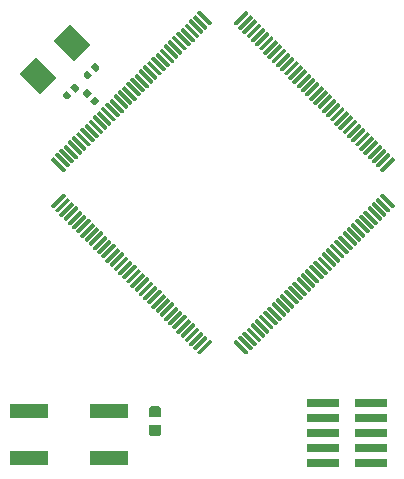
<source format=gbr>
%TF.GenerationSoftware,Altium Limited,Altium Designer,23.0.1 (38)*%
G04 Layer_Color=8421504*
%FSLAX45Y45*%
%MOMM*%
%TF.SameCoordinates,98E3409A-FA71-4B7D-AABF-4CEB4AF68500*%
%TF.FilePolarity,Positive*%
%TF.FileFunction,Paste,Top*%
%TF.Part,Single*%
G01*
G75*
%TA.AperFunction,SMDPad,CuDef*%
%ADD11R,2.79000X0.74000*%
G04:AMPARAMS|DCode=14|XSize=2mm|YSize=2.4mm|CornerRadius=0mm|HoleSize=0mm|Usage=FLASHONLY|Rotation=45.000|XOffset=0mm|YOffset=0mm|HoleType=Round|Shape=Rectangle|*
%AMROTATEDRECTD14*
4,1,4,0.14142,-1.55564,-1.55564,0.14142,-0.14142,1.55564,1.55564,-0.14142,0.14142,-1.55564,0.0*
%
%ADD14ROTATEDRECTD14*%

%ADD24R,3.20000X1.20000*%
G36*
X216552Y1441614D02*
Y1429240D01*
X119325Y1332013D01*
X106950D01*
X94576Y1344387D01*
Y1356761D01*
X191803Y1453988D01*
X204177D01*
X216552Y1441614D01*
D02*
G37*
G36*
X-94576Y1356761D02*
Y1344387D01*
X-106950Y1332012D01*
X-119325D01*
X-216552Y1429239D01*
Y1441614D01*
X-204177Y1453988D01*
X-191803D01*
X-94576Y1356761D01*
D02*
G37*
G36*
X251907Y1406259D02*
Y1393884D01*
X154680Y1296657D01*
X142305D01*
X129931Y1309032D01*
Y1321406D01*
X227158Y1418633D01*
X239532D01*
X251907Y1406259D01*
D02*
G37*
G36*
X-129931Y1321406D02*
Y1309032D01*
X-142305Y1296657D01*
X-154680D01*
X-251907Y1393884D01*
Y1406259D01*
X-239532Y1418633D01*
X-227158D01*
X-129931Y1321406D01*
D02*
G37*
G36*
X287262Y1370903D02*
Y1358529D01*
X190035Y1261302D01*
X177661D01*
X165286Y1273676D01*
Y1286051D01*
X262514Y1383278D01*
X274888D01*
X287262Y1370903D01*
D02*
G37*
G36*
X-165286Y1286051D02*
Y1273676D01*
X-177661Y1261302D01*
X-190035D01*
X-287262Y1358529D01*
Y1370903D01*
X-274888Y1383278D01*
X-262514D01*
X-165286Y1286051D01*
D02*
G37*
G36*
X322617Y1335548D02*
Y1323174D01*
X225390Y1225946D01*
X213015D01*
X200641Y1238321D01*
Y1250695D01*
X297868Y1347922D01*
X310242D01*
X322617Y1335548D01*
D02*
G37*
G36*
X-200641Y1250695D02*
Y1238321D01*
X-213016Y1225946D01*
X-225390D01*
X-322617Y1323174D01*
Y1335548D01*
X-310243Y1347922D01*
X-297869D01*
X-200641Y1250695D01*
D02*
G37*
G36*
X-235997Y1215340D02*
Y1202966D01*
X-248371Y1190591D01*
X-260746D01*
X-357973Y1287819D01*
Y1300193D01*
X-345598Y1312567D01*
X-333224D01*
X-235997Y1215340D01*
D02*
G37*
G36*
X357973Y1300192D02*
Y1287818D01*
X260745Y1190591D01*
X248371D01*
X235997Y1202965D01*
Y1215340D01*
X333224Y1312567D01*
X345598D01*
X357973Y1300192D01*
D02*
G37*
G36*
X393328Y1264837D02*
Y1252463D01*
X296101Y1155236D01*
X283727D01*
X271353Y1167610D01*
Y1179985D01*
X368580Y1277212D01*
X380954D01*
X393328Y1264837D01*
D02*
G37*
G36*
X-271353Y1179984D02*
Y1167610D01*
X-283727Y1155236D01*
X-296101D01*
X-393328Y1252463D01*
Y1264837D01*
X-380954Y1277212D01*
X-368580D01*
X-271353Y1179984D01*
D02*
G37*
G36*
X428683Y1229482D02*
Y1217107D01*
X331456Y1119880D01*
X319082D01*
X306708Y1132255D01*
Y1144629D01*
X403935Y1241856D01*
X416309D01*
X428683Y1229482D01*
D02*
G37*
G36*
X-306708Y1144629D02*
Y1132255D01*
X-319082Y1119880D01*
X-331456D01*
X-428683Y1217107D01*
Y1229482D01*
X-416309Y1241856D01*
X-403935D01*
X-306708Y1144629D01*
D02*
G37*
G36*
X464039Y1194127D02*
Y1181753D01*
X366812Y1084525D01*
X354437D01*
X342063Y1096900D01*
Y1109274D01*
X439290Y1206501D01*
X451664D01*
X464039Y1194127D01*
D02*
G37*
G36*
X-342063Y1109274D02*
Y1096900D01*
X-354437Y1084525D01*
X-366812D01*
X-464039Y1181753D01*
Y1194127D01*
X-451664Y1206501D01*
X-439290D01*
X-342063Y1109274D01*
D02*
G37*
G36*
X499394Y1158771D02*
Y1146397D01*
X402167Y1049170D01*
X389793D01*
X377418Y1061544D01*
Y1073919D01*
X474645Y1171146D01*
X487020D01*
X499394Y1158771D01*
D02*
G37*
G36*
X-377418Y1073919D02*
Y1061544D01*
X-389793Y1049170D01*
X-402167D01*
X-499394Y1146397D01*
Y1158771D01*
X-487020Y1171146D01*
X-474645D01*
X-377418Y1073919D01*
D02*
G37*
G36*
X534750Y1123416D02*
Y1111042D01*
X437522Y1013815D01*
X425148D01*
X412774Y1026189D01*
Y1038563D01*
X510001Y1135790D01*
X522375D01*
X534750Y1123416D01*
D02*
G37*
G36*
X-412774Y1038563D02*
Y1026189D01*
X-425148Y1013815D01*
X-437522D01*
X-534750Y1111042D01*
Y1123416D01*
X-522375Y1135790D01*
X-510001D01*
X-412774Y1038563D01*
D02*
G37*
G36*
X-448129Y1003208D02*
Y990834D01*
X-460503Y978459D01*
X-472878D01*
X-570105Y1075686D01*
Y1088061D01*
X-557730Y1100435D01*
X-545356D01*
X-448129Y1003208D01*
D02*
G37*
G36*
X570105Y1088060D02*
Y1075686D01*
X472878Y978459D01*
X460503D01*
X448129Y990833D01*
Y1003208D01*
X545356Y1100435D01*
X557730D01*
X570105Y1088060D01*
D02*
G37*
G36*
X-483484Y967853D02*
Y955478D01*
X-495859Y943104D01*
X-508233D01*
X-605460Y1040331D01*
Y1052705D01*
X-593086Y1065080D01*
X-580712D01*
X-483484Y967853D01*
D02*
G37*
G36*
X605460Y1052705D02*
Y1040331D01*
X508233Y943104D01*
X495858D01*
X483484Y955478D01*
Y967852D01*
X580711Y1065079D01*
X593085D01*
X605460Y1052705D01*
D02*
G37*
G36*
X-1047503Y986209D02*
Y966056D01*
X-1077732Y935827D01*
X-1121573Y979668D01*
X-1091344Y1009897D01*
X-1071191D01*
X-1047503Y986209D01*
D02*
G37*
G36*
X640815Y1017350D02*
Y1004975D01*
X543588Y907748D01*
X531214D01*
X518839Y920123D01*
Y932497D01*
X616067Y1029724D01*
X628441D01*
X640815Y1017350D01*
D02*
G37*
G36*
X-518839Y932497D02*
Y920123D01*
X-531214Y907748D01*
X-543588D01*
X-640815Y1004975D01*
Y1017350D01*
X-628441Y1029724D01*
X-616067D01*
X-518839Y932497D01*
D02*
G37*
G36*
X-1105309Y908250D02*
X-1135538Y878021D01*
X-1155691D01*
X-1179379Y901709D01*
Y921862D01*
X-1149150Y952091D01*
X-1105309Y908250D01*
D02*
G37*
G36*
X676171Y981995D02*
Y969620D01*
X578944Y872393D01*
X566569D01*
X554195Y884768D01*
Y897142D01*
X651422Y994369D01*
X663796D01*
X676171Y981995D01*
D02*
G37*
G36*
X-554195Y897142D02*
Y884768D01*
X-566569Y872393D01*
X-578944D01*
X-676171Y969620D01*
Y981995D01*
X-663796Y994369D01*
X-651422D01*
X-554195Y897142D01*
D02*
G37*
G36*
X711526Y946639D02*
Y934265D01*
X614299Y837038D01*
X601925D01*
X589550Y849412D01*
Y861787D01*
X686777Y959014D01*
X699152D01*
X711526Y946639D01*
D02*
G37*
G36*
X-589550Y861787D02*
Y849412D01*
X-601925Y837038D01*
X-614299D01*
X-711526Y934265D01*
Y946639D01*
X-699152Y959014D01*
X-686777D01*
X-589550Y861787D01*
D02*
G37*
G36*
X746881Y911284D02*
Y898910D01*
X649654Y801683D01*
X637280D01*
X624906Y814057D01*
Y826431D01*
X722133Y923659D01*
X734507D01*
X746881Y911284D01*
D02*
G37*
G36*
X-624906Y826431D02*
Y814057D01*
X-637280Y801682D01*
X-649655D01*
X-746882Y898910D01*
Y911284D01*
X-734507Y923658D01*
X-722133D01*
X-624906Y826431D01*
D02*
G37*
G36*
X782237Y875929D02*
Y863554D01*
X685010Y766327D01*
X672635D01*
X660261Y778702D01*
Y791076D01*
X757488Y888303D01*
X769863D01*
X782237Y875929D01*
D02*
G37*
G36*
X-660261Y791076D02*
Y778702D01*
X-672635Y766327D01*
X-685010D01*
X-782237Y863554D01*
Y875929D01*
X-769863Y888303D01*
X-757488D01*
X-660261Y791076D01*
D02*
G37*
G36*
X-1220921Y812791D02*
Y792638D01*
X-1251150Y762409D01*
X-1294991Y806250D01*
X-1264762Y836479D01*
X-1244609D01*
X-1220921Y812791D01*
D02*
G37*
G36*
X-695616Y755721D02*
Y743346D01*
X-707991Y730972D01*
X-720365D01*
X-817592Y828199D01*
Y840574D01*
X-805218Y852948D01*
X-792843D01*
X-695616Y755721D01*
D02*
G37*
G36*
X817592Y840573D02*
Y828199D01*
X720365Y730972D01*
X707991D01*
X695616Y743346D01*
Y755721D01*
X792843Y852948D01*
X805218D01*
X817592Y840573D01*
D02*
G37*
G36*
X-1109468Y759609D02*
X-1153309Y715768D01*
X-1187568Y750028D01*
Y762119D01*
X-1155819Y793868D01*
X-1143728D01*
X-1109468Y759609D01*
D02*
G37*
G36*
X-1278727Y734832D02*
X-1308956Y704603D01*
X-1329109D01*
X-1352797Y728291D01*
Y748444D01*
X-1322568Y778673D01*
X-1278727Y734832D01*
D02*
G37*
G36*
X852947Y805218D02*
Y792843D01*
X755720Y695616D01*
X743346D01*
X730972Y707990D01*
Y720365D01*
X828199Y817592D01*
X840573D01*
X852947Y805218D01*
D02*
G37*
G36*
X-730972Y720365D02*
Y707990D01*
X-743346Y695616D01*
X-755720D01*
X-852947Y792843D01*
Y805217D01*
X-840573Y817592D01*
X-828199D01*
X-730972Y720365D01*
D02*
G37*
G36*
X888303Y769863D02*
Y757488D01*
X791076Y660261D01*
X778701D01*
X766327Y672635D01*
Y685010D01*
X863554Y782237D01*
X875928D01*
X888303Y769863D01*
D02*
G37*
G36*
X-766327Y685010D02*
Y672635D01*
X-778701Y660261D01*
X-791076D01*
X-888303Y757488D01*
Y769863D01*
X-875928Y782237D01*
X-863554D01*
X-766327Y685010D01*
D02*
G37*
G36*
X-1047632Y697772D02*
Y685681D01*
X-1079381Y653932D01*
X-1091472D01*
X-1125732Y688191D01*
X-1081891Y732032D01*
X-1047632Y697772D01*
D02*
G37*
G36*
X923658Y734507D02*
Y722133D01*
X826431Y624906D01*
X814057D01*
X801682Y637280D01*
Y649655D01*
X898910Y746882D01*
X911284D01*
X923658Y734507D01*
D02*
G37*
G36*
X-801683Y649654D02*
Y637280D01*
X-814057Y624906D01*
X-826431D01*
X-923659Y722133D01*
Y734507D01*
X-911284Y746881D01*
X-898910D01*
X-801683Y649654D01*
D02*
G37*
G36*
X959014Y699152D02*
Y686778D01*
X861786Y589551D01*
X849412D01*
X837038Y601925D01*
Y614299D01*
X934265Y711526D01*
X946639D01*
X959014Y699152D01*
D02*
G37*
G36*
X-837038Y614299D02*
Y601925D01*
X-849412Y589551D01*
X-861786D01*
X-959014Y686778D01*
Y699152D01*
X-946639Y711526D01*
X-934265D01*
X-837038Y614299D01*
D02*
G37*
G36*
X994369Y663797D02*
Y651422D01*
X897142Y554195D01*
X884767D01*
X872393Y566570D01*
Y578944D01*
X969620Y676171D01*
X981994D01*
X994369Y663797D01*
D02*
G37*
G36*
X-872393Y578944D02*
Y566570D01*
X-884768Y554195D01*
X-897142D01*
X-994369Y651422D01*
Y663797D01*
X-981995Y676171D01*
X-969620D01*
X-872393Y578944D01*
D02*
G37*
G36*
X-907749Y543589D02*
Y531214D01*
X-920123Y518840D01*
X-932497D01*
X-1029724Y616067D01*
Y628441D01*
X-1017350Y640816D01*
X-1004976D01*
X-907749Y543589D01*
D02*
G37*
G36*
X1029724Y628441D02*
Y616067D01*
X932497Y518840D01*
X920123D01*
X907749Y531214D01*
Y543588D01*
X1004976Y640816D01*
X1017350D01*
X1029724Y628441D01*
D02*
G37*
G36*
X1065080Y593086D02*
Y580712D01*
X967853Y483485D01*
X955478D01*
X943104Y495859D01*
Y508233D01*
X1040331Y605461D01*
X1052705D01*
X1065080Y593086D01*
D02*
G37*
G36*
X-943104Y508233D02*
Y495859D01*
X-955478Y483484D01*
X-967853D01*
X-1065080Y580712D01*
Y593086D01*
X-1052705Y605460D01*
X-1040331D01*
X-943104Y508233D01*
D02*
G37*
G36*
X1100435Y557730D02*
Y545356D01*
X1003208Y448129D01*
X990834D01*
X978459Y460503D01*
Y472878D01*
X1075686Y570105D01*
X1088061D01*
X1100435Y557730D01*
D02*
G37*
G36*
X-978459Y472878D02*
Y460503D01*
X-990833Y448129D01*
X-1003208D01*
X-1100435Y545356D01*
Y557730D01*
X-1088060Y570105D01*
X-1075686D01*
X-978459Y472878D01*
D02*
G37*
G36*
X1135790Y522375D02*
Y510001D01*
X1038563Y412774D01*
X1026188D01*
X1013814Y425148D01*
Y437523D01*
X1111041Y534750D01*
X1123416D01*
X1135790Y522375D01*
D02*
G37*
G36*
X-1013814Y437522D02*
Y425148D01*
X-1026188Y412774D01*
X-1038563D01*
X-1135790Y510001D01*
Y522375D01*
X-1123416Y534750D01*
X-1111041D01*
X-1013814Y437522D01*
D02*
G37*
G36*
X1171145Y487020D02*
Y474645D01*
X1073918Y377418D01*
X1061544D01*
X1049170Y389793D01*
Y402167D01*
X1146397Y499394D01*
X1158771D01*
X1171145Y487020D01*
D02*
G37*
G36*
X-1049170Y402167D02*
Y389793D01*
X-1061544Y377418D01*
X-1073918D01*
X-1171145Y474645D01*
Y487020D01*
X-1158771Y499394D01*
X-1146397D01*
X-1049170Y402167D01*
D02*
G37*
G36*
X1206501Y451665D02*
Y439290D01*
X1109274Y342063D01*
X1096900D01*
X1084525Y354437D01*
Y366812D01*
X1181752Y464039D01*
X1194127D01*
X1206501Y451665D01*
D02*
G37*
G36*
X-1084525Y366812D02*
Y354437D01*
X-1096900Y342063D01*
X-1109274D01*
X-1206501Y439290D01*
Y451665D01*
X-1194127Y464039D01*
X-1181752D01*
X-1084525Y366812D01*
D02*
G37*
G36*
X1241856Y416310D02*
Y403935D01*
X1144629Y306708D01*
X1132255D01*
X1119880Y319082D01*
Y331457D01*
X1217107Y428684D01*
X1229482D01*
X1241856Y416310D01*
D02*
G37*
G36*
X-1119880Y331457D02*
Y319082D01*
X-1132255Y306708D01*
X-1144629D01*
X-1241856Y403935D01*
Y416309D01*
X-1229482Y428684D01*
X-1217108D01*
X-1119880Y331457D01*
D02*
G37*
G36*
X1277212Y380954D02*
Y368580D01*
X1179984Y271353D01*
X1167610D01*
X1155236Y283727D01*
Y296101D01*
X1252463Y393328D01*
X1264837D01*
X1277212Y380954D01*
D02*
G37*
G36*
X-1155236Y296101D02*
Y283727D01*
X-1167610Y271353D01*
X-1179985D01*
X-1277212Y368580D01*
Y380954D01*
X-1264837Y393328D01*
X-1252463D01*
X-1155236Y296101D01*
D02*
G37*
G36*
X1312567Y345599D02*
Y333224D01*
X1215340Y235997D01*
X1202965D01*
X1190591Y248372D01*
Y260746D01*
X1287818Y357973D01*
X1300192D01*
X1312567Y345599D01*
D02*
G37*
G36*
X-1190592Y260746D02*
Y248372D01*
X-1202966Y235997D01*
X-1215340D01*
X-1312568Y333224D01*
Y345599D01*
X-1300193Y357973D01*
X-1287819D01*
X-1190592Y260746D01*
D02*
G37*
G36*
X-1225946Y225390D02*
Y213016D01*
X-1238320Y200642D01*
X-1250695D01*
X-1347922Y297869D01*
Y310243D01*
X-1335547Y322618D01*
X-1323173D01*
X-1225946Y225390D01*
D02*
G37*
G36*
X1347922Y310242D02*
Y297868D01*
X1250695Y200641D01*
X1238320D01*
X1225946Y213015D01*
Y225390D01*
X1323173Y322617D01*
X1335547D01*
X1347922Y310242D01*
D02*
G37*
G36*
X1383278Y274888D02*
Y262514D01*
X1286051Y165286D01*
X1273676D01*
X1261302Y177661D01*
Y190035D01*
X1358529Y287262D01*
X1370903D01*
X1383278Y274888D01*
D02*
G37*
G36*
X-1261302Y190035D02*
Y177661D01*
X-1273676Y165286D01*
X-1286051D01*
X-1383278Y262514D01*
Y274888D01*
X-1370903Y287262D01*
X-1358529D01*
X-1261302Y190035D01*
D02*
G37*
G36*
X1418633Y239533D02*
Y227158D01*
X1321406Y129931D01*
X1309031D01*
X1296657Y142306D01*
Y154680D01*
X1393884Y251907D01*
X1406259D01*
X1418633Y239533D01*
D02*
G37*
G36*
X-1296657Y154680D02*
Y142306D01*
X-1309031Y129931D01*
X-1321406D01*
X-1418633Y227158D01*
Y239533D01*
X-1406259Y251907D01*
X-1393884D01*
X-1296657Y154680D01*
D02*
G37*
G36*
X1453988Y204177D02*
Y191803D01*
X1356761Y94576D01*
X1344387D01*
X1332012Y106950D01*
Y119325D01*
X1429239Y216552D01*
X1441614D01*
X1453988Y204177D01*
D02*
G37*
G36*
X-1332013Y119325D02*
Y106950D01*
X-1344387Y94576D01*
X-1356761D01*
X-1453988Y191803D01*
Y204177D01*
X-1441614Y216552D01*
X-1429240D01*
X-1332013Y119325D01*
D02*
G37*
G36*
X1453988Y-191803D02*
Y-204177D01*
X1441614Y-216551D01*
X1429239D01*
X1332012Y-119324D01*
Y-106950D01*
X1344387Y-94575D01*
X1356761D01*
X1453988Y-191803D01*
D02*
G37*
G36*
X-1332012Y-106950D02*
Y-119324D01*
X-1429239Y-216551D01*
X-1441614D01*
X-1453988Y-204177D01*
Y-191803D01*
X-1356761Y-94575D01*
X-1344387D01*
X-1332012Y-106950D01*
D02*
G37*
G36*
X1418633Y-227158D02*
Y-239533D01*
X1406259Y-251907D01*
X1393884D01*
X1296657Y-154680D01*
Y-142306D01*
X1309031Y-129931D01*
X1321406D01*
X1418633Y-227158D01*
D02*
G37*
G36*
X-1296657Y-142306D02*
Y-154680D01*
X-1393884Y-251907D01*
X-1406259D01*
X-1418633Y-239533D01*
Y-227158D01*
X-1321406Y-129931D01*
X-1309031D01*
X-1296657Y-142306D01*
D02*
G37*
G36*
X1383277Y-262513D02*
Y-274887D01*
X1370903Y-287262D01*
X1358529D01*
X1261302Y-190035D01*
Y-177660D01*
X1273676Y-165286D01*
X1286050D01*
X1383277Y-262513D01*
D02*
G37*
G36*
X-1261302Y-177661D02*
Y-190035D01*
X-1358529Y-287262D01*
X-1370903D01*
X-1383278Y-274888D01*
Y-262514D01*
X-1286051Y-165286D01*
X-1273676D01*
X-1261302Y-177661D01*
D02*
G37*
G36*
X1347922Y-297869D02*
Y-310243D01*
X1335548Y-322617D01*
X1323173D01*
X1225946Y-225390D01*
Y-213016D01*
X1238321Y-200641D01*
X1250695D01*
X1347922Y-297869D01*
D02*
G37*
G36*
X-1225946Y-213016D02*
Y-225390D01*
X-1323173Y-322617D01*
X-1335548D01*
X-1347922Y-310243D01*
Y-297869D01*
X-1250695Y-200641D01*
X-1238321D01*
X-1225946Y-213016D01*
D02*
G37*
G36*
X1312567Y-333224D02*
Y-345598D01*
X1300192Y-357973D01*
X1287818D01*
X1190591Y-260745D01*
Y-248371D01*
X1202965Y-235997D01*
X1215339D01*
X1312567Y-333224D01*
D02*
G37*
G36*
X-1190591Y-248371D02*
Y-260745D01*
X-1287818Y-357973D01*
X-1300193D01*
X-1312567Y-345598D01*
Y-333224D01*
X-1215340Y-235997D01*
X-1202966D01*
X-1190591Y-248371D01*
D02*
G37*
G36*
X1277212Y-368579D02*
Y-380953D01*
X1264837Y-393328D01*
X1252463D01*
X1155236Y-296101D01*
Y-283726D01*
X1167610Y-271352D01*
X1179984D01*
X1277212Y-368579D01*
D02*
G37*
G36*
X-1155236Y-283726D02*
Y-296101D01*
X-1252463Y-393328D01*
X-1264837D01*
X-1277212Y-380953D01*
Y-368579D01*
X-1179984Y-271352D01*
X-1167610D01*
X-1155236Y-283726D01*
D02*
G37*
G36*
X1241856Y-403934D02*
Y-416309D01*
X1229482Y-428683D01*
X1217107D01*
X1119880Y-331456D01*
Y-319082D01*
X1132255Y-306707D01*
X1144629D01*
X1241856Y-403934D01*
D02*
G37*
G36*
X-1119881Y-319082D02*
Y-331456D01*
X-1217108Y-428683D01*
X-1229482D01*
X-1241857Y-416309D01*
Y-403935D01*
X-1144630Y-306708D01*
X-1132255D01*
X-1119881Y-319082D01*
D02*
G37*
G36*
X1206502Y-439290D02*
Y-451664D01*
X1194127Y-464038D01*
X1181753D01*
X1084526Y-366811D01*
Y-354437D01*
X1096900Y-342063D01*
X1109274D01*
X1206502Y-439290D01*
D02*
G37*
G36*
X-1084525Y-354437D02*
Y-366811D01*
X-1181752Y-464038D01*
X-1194127D01*
X-1206501Y-451664D01*
Y-439290D01*
X-1109274Y-342063D01*
X-1096900D01*
X-1084525Y-354437D01*
D02*
G37*
G36*
X1171145Y-474645D02*
Y-487020D01*
X1158771Y-499394D01*
X1146397D01*
X1049170Y-402167D01*
Y-389792D01*
X1061544Y-377418D01*
X1073918D01*
X1171145Y-474645D01*
D02*
G37*
G36*
X-1049170Y-389792D02*
Y-402167D01*
X-1146397Y-499394D01*
X-1158771D01*
X-1171145Y-487020D01*
Y-474645D01*
X-1073918Y-377418D01*
X-1061544D01*
X-1049170Y-389792D01*
D02*
G37*
G36*
X1135790Y-510000D02*
Y-522375D01*
X1123416Y-534749D01*
X1111041D01*
X1013814Y-437522D01*
Y-425147D01*
X1026189Y-412773D01*
X1038563D01*
X1135790Y-510000D01*
D02*
G37*
G36*
X-1013814Y-425148D02*
Y-437522D01*
X-1111041Y-534750D01*
X-1123416D01*
X-1135790Y-522375D01*
Y-510001D01*
X-1038563Y-412774D01*
X-1026188D01*
X-1013814Y-425148D01*
D02*
G37*
G36*
X1100435Y-545356D02*
Y-557731D01*
X1088060Y-570105D01*
X1075686D01*
X978459Y-472878D01*
Y-460504D01*
X990833Y-448129D01*
X1003208D01*
X1100435Y-545356D01*
D02*
G37*
G36*
X-978459Y-460504D02*
Y-472878D01*
X-1075686Y-570105D01*
X-1088060D01*
X-1100435Y-557731D01*
Y-545357D01*
X-1003208Y-448129D01*
X-990833D01*
X-978459Y-460504D01*
D02*
G37*
G36*
X1065079Y-580711D02*
Y-593085D01*
X1052705Y-605460D01*
X1040331D01*
X943104Y-508233D01*
Y-495858D01*
X955478Y-483484D01*
X967852D01*
X1065079Y-580711D01*
D02*
G37*
G36*
X-943104Y-495859D02*
Y-508233D01*
X-1040331Y-605460D01*
X-1052705D01*
X-1065080Y-593086D01*
Y-580712D01*
X-967853Y-483484D01*
X-955478D01*
X-943104Y-495859D01*
D02*
G37*
G36*
X1029724Y-616067D02*
Y-628441D01*
X1017350Y-640815D01*
X1004975D01*
X907748Y-543588D01*
Y-531214D01*
X920123Y-518839D01*
X932497D01*
X1029724Y-616067D01*
D02*
G37*
G36*
X-907748Y-531214D02*
Y-543588D01*
X-1004975Y-640815D01*
X-1017350D01*
X-1029724Y-628441D01*
Y-616067D01*
X-932497Y-518839D01*
X-920123D01*
X-907748Y-531214D01*
D02*
G37*
G36*
X-872393Y-566569D02*
Y-578943D01*
X-969620Y-676171D01*
X-981994D01*
X-994369Y-663796D01*
Y-651422D01*
X-897142Y-554195D01*
X-884767D01*
X-872393Y-566569D01*
D02*
G37*
G36*
X994369Y-651422D02*
Y-663796D01*
X981995Y-676171D01*
X969620D01*
X872393Y-578944D01*
Y-566569D01*
X884768Y-554195D01*
X897142D01*
X994369Y-651422D01*
D02*
G37*
G36*
X959014Y-686777D02*
Y-699152D01*
X946639Y-711526D01*
X934265D01*
X837038Y-614299D01*
Y-601924D01*
X849412Y-589550D01*
X861786D01*
X959014Y-686777D01*
D02*
G37*
G36*
X-837038Y-601924D02*
Y-614299D01*
X-934265Y-711526D01*
X-946639D01*
X-959014Y-699152D01*
Y-686777D01*
X-861786Y-589550D01*
X-849412D01*
X-837038Y-601924D01*
D02*
G37*
G36*
X923658Y-722133D02*
Y-734507D01*
X911284Y-746881D01*
X898909D01*
X801682Y-649654D01*
Y-637280D01*
X814057Y-624906D01*
X826431D01*
X923658Y-722133D01*
D02*
G37*
G36*
X-801682Y-637280D02*
Y-649654D01*
X-898909Y-746881D01*
X-911284D01*
X-923658Y-734507D01*
Y-722133D01*
X-826431Y-624906D01*
X-814057D01*
X-801682Y-637280D01*
D02*
G37*
G36*
X888303Y-757488D02*
Y-769862D01*
X875928Y-782236D01*
X863554D01*
X766327Y-685009D01*
Y-672635D01*
X778701Y-660261D01*
X791076D01*
X888303Y-757488D01*
D02*
G37*
G36*
X-766327Y-672635D02*
Y-685010D01*
X-863554Y-782237D01*
X-875929D01*
X-888303Y-769863D01*
Y-757488D01*
X-791076Y-660261D01*
X-778702D01*
X-766327Y-672635D01*
D02*
G37*
G36*
X852947Y-792843D02*
Y-805217D01*
X840573Y-817592D01*
X828199D01*
X730972Y-720365D01*
Y-707990D01*
X743346Y-695616D01*
X755720D01*
X852947Y-792843D01*
D02*
G37*
G36*
X-730972Y-707990D02*
Y-720365D01*
X-828199Y-817592D01*
X-840573D01*
X-852947Y-805218D01*
Y-792843D01*
X-755720Y-695616D01*
X-743346D01*
X-730972Y-707990D01*
D02*
G37*
G36*
X817592Y-828199D02*
Y-840573D01*
X805218Y-852947D01*
X792843D01*
X695616Y-755720D01*
Y-743346D01*
X707990Y-730972D01*
X720365D01*
X817592Y-828199D01*
D02*
G37*
G36*
X-695616Y-743346D02*
Y-755720D01*
X-792843Y-852947D01*
X-805217D01*
X-817592Y-840573D01*
Y-828199D01*
X-720365Y-730972D01*
X-707990D01*
X-695616Y-743346D01*
D02*
G37*
G36*
X782237Y-863554D02*
Y-875928D01*
X769863Y-888303D01*
X757488D01*
X660261Y-791076D01*
Y-778701D01*
X672635Y-766327D01*
X685010D01*
X782237Y-863554D01*
D02*
G37*
G36*
X-660261Y-778701D02*
Y-791076D01*
X-757488Y-888303D01*
X-769863D01*
X-782237Y-875928D01*
Y-863554D01*
X-685010Y-766327D01*
X-672635D01*
X-660261Y-778701D01*
D02*
G37*
G36*
X746881Y-898909D02*
Y-911284D01*
X734507Y-923658D01*
X722133D01*
X624906Y-826431D01*
Y-814057D01*
X637280Y-801682D01*
X649654D01*
X746881Y-898909D01*
D02*
G37*
G36*
X-624906Y-814057D02*
Y-826431D01*
X-722133Y-923658D01*
X-734507D01*
X-746881Y-911284D01*
Y-898909D01*
X-649654Y-801682D01*
X-637280D01*
X-624906Y-814057D01*
D02*
G37*
G36*
X711526Y-934265D02*
Y-946639D01*
X699152Y-959013D01*
X686777D01*
X589550Y-861786D01*
Y-849412D01*
X601925Y-837037D01*
X614299D01*
X711526Y-934265D01*
D02*
G37*
G36*
X-589550Y-849412D02*
Y-861786D01*
X-686777Y-959014D01*
X-699152D01*
X-711526Y-946639D01*
Y-934265D01*
X-614299Y-837038D01*
X-601924D01*
X-589550Y-849412D01*
D02*
G37*
G36*
X676171Y-969620D02*
Y-981994D01*
X663796Y-994369D01*
X651422D01*
X554195Y-897141D01*
Y-884767D01*
X566569Y-872393D01*
X578944D01*
X676171Y-969620D01*
D02*
G37*
G36*
X-554195Y-884767D02*
Y-897141D01*
X-651422Y-994369D01*
X-663796D01*
X-676171Y-981994D01*
Y-969620D01*
X-578944Y-872393D01*
X-566569D01*
X-554195Y-884767D01*
D02*
G37*
G36*
X640815Y-1004975D02*
Y-1017350D01*
X628441Y-1029724D01*
X616067D01*
X518839Y-932497D01*
Y-920123D01*
X531214Y-907748D01*
X543588D01*
X640815Y-1004975D01*
D02*
G37*
G36*
X-518839Y-920123D02*
Y-932497D01*
X-616067Y-1029724D01*
X-628441D01*
X-640815Y-1017350D01*
Y-1004975D01*
X-543588Y-907748D01*
X-531214D01*
X-518839Y-920123D01*
D02*
G37*
G36*
X605460Y-1040331D02*
Y-1052705D01*
X593085Y-1065079D01*
X580711D01*
X483484Y-967852D01*
Y-955478D01*
X495858Y-943104D01*
X508233D01*
X605460Y-1040331D01*
D02*
G37*
G36*
X-483484Y-955478D02*
Y-967853D01*
X-580712Y-1065080D01*
X-593086D01*
X-605460Y-1052705D01*
Y-1040331D01*
X-508233Y-943104D01*
X-495859D01*
X-483484Y-955478D01*
D02*
G37*
G36*
X570105Y-1075686D02*
Y-1088060D01*
X557731Y-1100435D01*
X545357D01*
X448129Y-1003208D01*
Y-990833D01*
X460504Y-978459D01*
X472878D01*
X570105Y-1075686D01*
D02*
G37*
G36*
X-448129Y-990833D02*
Y-1003208D01*
X-545356Y-1100435D01*
X-557731D01*
X-570105Y-1088060D01*
Y-1075686D01*
X-472878Y-978459D01*
X-460504D01*
X-448129Y-990833D01*
D02*
G37*
G36*
X534750Y-1111041D02*
Y-1123416D01*
X522375Y-1135790D01*
X510001D01*
X412774Y-1038563D01*
Y-1026188D01*
X425148Y-1013814D01*
X437522D01*
X534750Y-1111041D01*
D02*
G37*
G36*
X-412774Y-1026188D02*
Y-1038563D01*
X-510001Y-1135790D01*
X-522375D01*
X-534750Y-1123416D01*
Y-1111041D01*
X-437522Y-1013814D01*
X-425148D01*
X-412774Y-1026188D01*
D02*
G37*
G36*
X499394Y-1146396D02*
Y-1158771D01*
X487020Y-1171145D01*
X474645D01*
X377418Y-1073918D01*
Y-1061544D01*
X389793Y-1049169D01*
X402167D01*
X499394Y-1146396D01*
D02*
G37*
G36*
X-377418Y-1061544D02*
Y-1073918D01*
X-474645Y-1171145D01*
X-487020D01*
X-499394Y-1158771D01*
Y-1146396D01*
X-402167Y-1049169D01*
X-389793D01*
X-377418Y-1061544D01*
D02*
G37*
G36*
X464039Y-1181752D02*
Y-1194126D01*
X451664Y-1206501D01*
X439290D01*
X342063Y-1109274D01*
Y-1096899D01*
X354437Y-1084525D01*
X366812D01*
X464039Y-1181752D01*
D02*
G37*
G36*
X-342063Y-1096899D02*
Y-1109274D01*
X-439290Y-1206501D01*
X-451664D01*
X-464039Y-1194126D01*
Y-1181752D01*
X-366812Y-1084525D01*
X-354437D01*
X-342063Y-1096899D01*
D02*
G37*
G36*
X428683Y-1217107D02*
Y-1229482D01*
X416309Y-1241856D01*
X403935D01*
X306708Y-1144629D01*
Y-1132255D01*
X319082Y-1119880D01*
X331456D01*
X428683Y-1217107D01*
D02*
G37*
G36*
X-306708Y-1132255D02*
Y-1144629D01*
X-403935Y-1241856D01*
X-416309D01*
X-428683Y-1229482D01*
Y-1217107D01*
X-331456Y-1119880D01*
X-319082D01*
X-306708Y-1132255D01*
D02*
G37*
G36*
X393328Y-1252463D02*
Y-1264837D01*
X380953Y-1277212D01*
X368579D01*
X271352Y-1179984D01*
Y-1167610D01*
X283726Y-1155236D01*
X296101D01*
X393328Y-1252463D01*
D02*
G37*
G36*
X-271352Y-1167610D02*
Y-1179984D01*
X-368579Y-1277212D01*
X-380953D01*
X-393328Y-1264837D01*
Y-1252463D01*
X-296101Y-1155236D01*
X-283726D01*
X-271352Y-1167610D01*
D02*
G37*
G36*
X-235997Y-1202965D02*
Y-1215339D01*
X-333224Y-1312567D01*
X-345598D01*
X-357973Y-1300192D01*
Y-1287818D01*
X-260745Y-1190591D01*
X-248371D01*
X-235997Y-1202965D01*
D02*
G37*
G36*
X357973Y-1287818D02*
Y-1300193D01*
X345598Y-1312567D01*
X333224D01*
X235997Y-1215340D01*
Y-1202966D01*
X248371Y-1190591D01*
X260745D01*
X357973Y-1287818D01*
D02*
G37*
G36*
X322617Y-1323173D02*
Y-1335548D01*
X310243Y-1347922D01*
X297869D01*
X200641Y-1250695D01*
Y-1238321D01*
X213016Y-1225946D01*
X225390D01*
X322617Y-1323173D01*
D02*
G37*
G36*
X-200641Y-1238321D02*
Y-1250695D01*
X-297869Y-1347922D01*
X-310243D01*
X-322617Y-1335548D01*
Y-1323173D01*
X-225390Y-1225946D01*
X-213016D01*
X-200641Y-1238321D01*
D02*
G37*
G36*
X-165286Y-1273676D02*
Y-1286050D01*
X-262513Y-1383277D01*
X-274887D01*
X-287262Y-1370903D01*
Y-1358529D01*
X-190035Y-1261302D01*
X-177660D01*
X-165286Y-1273676D01*
D02*
G37*
G36*
X287262Y-1358529D02*
Y-1370903D01*
X274888Y-1383278D01*
X262514D01*
X165286Y-1286051D01*
Y-1273676D01*
X177661Y-1261302D01*
X190035D01*
X287262Y-1358529D01*
D02*
G37*
G36*
X251907Y-1393884D02*
Y-1406258D01*
X239532Y-1418633D01*
X227158D01*
X129931Y-1321406D01*
Y-1309031D01*
X142305Y-1296657D01*
X154680D01*
X251907Y-1393884D01*
D02*
G37*
G36*
X-129931Y-1309031D02*
Y-1321406D01*
X-227158Y-1418633D01*
X-239532D01*
X-251907Y-1406258D01*
Y-1393884D01*
X-154680Y-1296657D01*
X-142305D01*
X-129931Y-1309031D01*
D02*
G37*
G36*
X216551Y-1429239D02*
Y-1441614D01*
X204177Y-1453988D01*
X191803D01*
X94575Y-1356761D01*
Y-1344387D01*
X106950Y-1332012D01*
X119324D01*
X216551Y-1429239D01*
D02*
G37*
G36*
X-94575Y-1344387D02*
Y-1356761D01*
X-191803Y-1453988D01*
X-204177D01*
X-216551Y-1441614D01*
Y-1429239D01*
X-119324Y-1332012D01*
X-106950D01*
X-94575Y-1344387D01*
D02*
G37*
G36*
X-521500Y-1906740D02*
Y-1986800D01*
X-621500D01*
Y-1906740D01*
X-606560Y-1891800D01*
X-536440D01*
X-521500Y-1906740D01*
D02*
G37*
G36*
X-521500Y-2131860D02*
X-536440Y-2146800D01*
X-606560D01*
X-621500Y-2131860D01*
Y-2051800D01*
X-521500D01*
X-521500Y-2131860D01*
D02*
G37*
D11*
X850900Y-1866900D02*
D03*
X1257900D02*
D03*
X850900Y-1993900D02*
D03*
X1257900D02*
D03*
X850900Y-2120900D02*
D03*
X1257900D02*
D03*
X850900Y-2247900D02*
D03*
X1257900D02*
D03*
X850900Y-2374900D02*
D03*
X1257900D02*
D03*
D14*
X-1562100Y901700D02*
D03*
X-1279257Y1184543D02*
D03*
D24*
X-1645200Y-2330400D02*
D03*
Y-1930400D02*
D03*
X-965200Y-2330400D02*
D03*
Y-1930400D02*
D03*
%TF.MD5,74e2b9df0e20c18adf0770f11a024e7f*%
M02*

</source>
